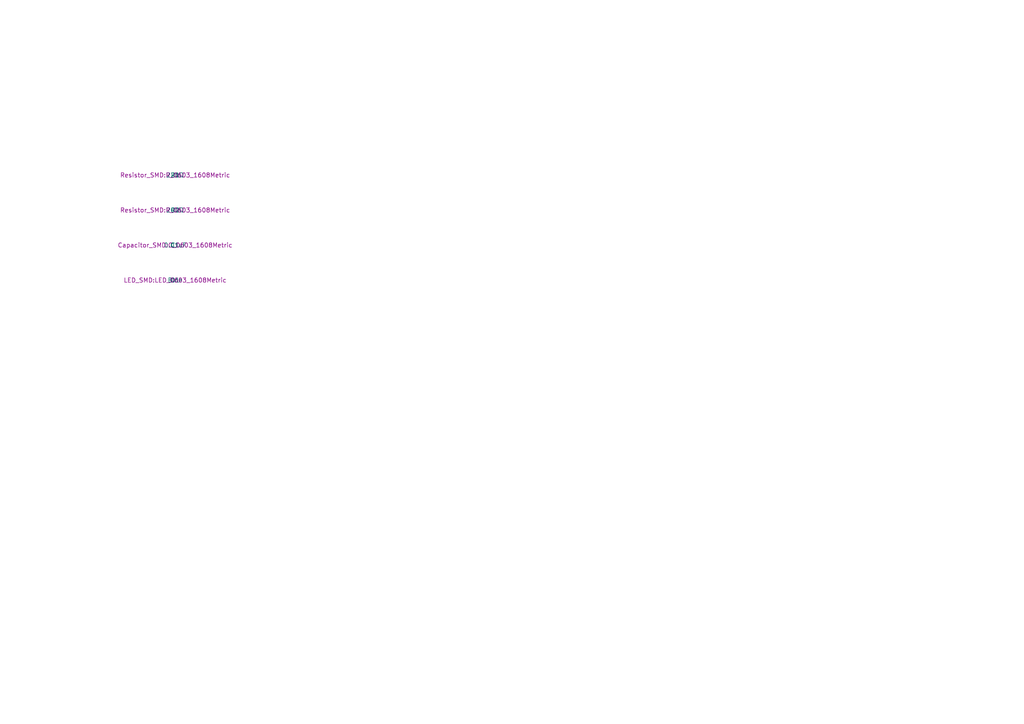
<source format=kicad_sch>
(kicad_sch (version 20230121) (generator "eeschema")
  (paper "A4")
  (title_block (title "Test Search Project") (date "2025-12-21") (rev "1"))
  (lib_symbols
    (symbol "Device:R" (pin_names (offset 0))
      (property "Reference" "R" (at 0 0 0))
      (property "Value" "R" (at 0 0 0))
    )
    (symbol "Device:C" (pin_names (offset 0.254))
      (property "Reference" "C" (at 0 0 0))
      (property "Value" "C" (at 0 0 0))
    )
    (symbol "Device:LED" (pin_names (offset 1.016) hide)
      (property "Reference" "D" (at 0 0 0))
      (property "Value" "LED" (at 0 0 0))
    )
  )
  (symbol (lib_id "Device:R") (at 50.8 50.8 0) (unit 1)
    (property "Reference" "R1" (at 50.8 50.8 0))
    (property "Value" "220Ω" (at 50.8 50.8 0))
    (property "Footprint" "Resistor_SMD:R_0603_1608Metric" (at 50.8 50.8 0))
  )
  (symbol (lib_id "Device:R") (at 50.8 60.96 0) (unit 1)
    (property "Reference" "R2" (at 50.8 60.96 0))
    (property "Value" "200Ω" (at 50.8 60.96 0))
    (property "Footprint" "Resistor_SMD:R_0603_1608Metric" (at 50.8 60.96 0))
  )
  (symbol (lib_id "Device:C") (at 50.8 71.12 0) (unit 1)
    (property "Reference" "C1" (at 50.8 71.12 0))
    (property "Value" "0.01uF" (at 50.8 71.12 0))
    (property "Footprint" "Capacitor_SMD:C_0603_1608Metric" (at 50.8 71.12 0))
  )
  (symbol (lib_id "Device:LED") (at 50.8 81.28 0) (unit 1)
    (property "Reference" "D1" (at 50.8 81.28 0))
    (property "Value" "Blue" (at 50.8 81.28 0))
    (property "Footprint" "LED_SMD:LED_0603_1608Metric" (at 50.8 81.28 0))
  )
)
</source>
